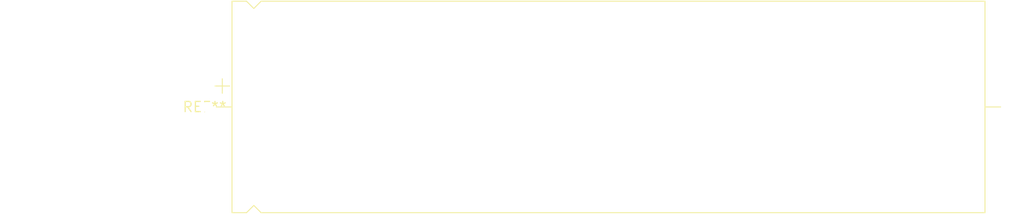
<source format=kicad_pcb>
(kicad_pcb (version 20240108) (generator pcbnew)
  (layers (0 "F.Cu" signal) (31 "B.Cu" signal) (34 "B.Paste" user) (35 "F.Paste" user) (36 "B.SilkS" user "B.Silkscreen") (37 "F.SilkS" user "F.Silkscreen") (38 "B.Mask" user) (39 "F.Mask" user) (44 "Edge.Cuts" user))
  (net 0 "")
  (footprint "CP_Axial_L93.0mm_D26.0mm_P100.00mm_Horizontal" (layer "F.Cu") (at 0 0)
    (property "Reference" "REF**")
    (property "Value" "CP_Axial_L93.0mm_D26.0mm_P100.00mm_Horizontal")
    (fp_line (start 1.28 -2.6) (end 3.08 -2.6) (layer "F.SilkS") (stroke (width 0.12)))
    (fp_line (start 1.44 0) (end 3.38 0) (layer "F.SilkS") (stroke (width 0.12)))
    (fp_line (start 2.18 -3.5) (end 2.18 -1.7) (layer "F.SilkS") (stroke (width 0.12)))
    (fp_line (start 3.38 -13.12) (end 3.38 13.12) (layer "F.SilkS") (stroke (width 0.12)))
    (fp_line (start 3.38 -13.12) (end 5.18 -13.12) (layer "F.SilkS") (stroke (width 0.12)))
    (fp_line (start 3.38 13.12) (end 5.18 13.12) (layer "F.SilkS") (stroke (width 0.12)))
    (fp_line (start 5.18 -13.12) (end 6.08 -12.22) (layer "F.SilkS") (stroke (width 0.12)))
    (fp_line (start 5.18 13.12) (end 6.08 12.22) (layer "F.SilkS") (stroke (width 0.12)))
    (fp_line (start 6.08 -12.22) (end 6.98 -13.12) (layer "F.SilkS") (stroke (width 0.12)))
    (fp_line (start 6.08 12.22) (end 6.98 13.12) (layer "F.SilkS") (stroke (width 0.12)))
    (fp_line (start 6.98 -13.12) (end 96.62 -13.12) (layer "F.SilkS") (stroke (width 0.12)))
    (fp_line (start 6.98 13.12) (end 96.62 13.12) (layer "F.SilkS") (stroke (width 0.12)))
    (fp_line (start 96.62 -13.12) (end 96.62 13.12) (layer "F.SilkS") (stroke (width 0.12)))
    (fp_line (start 98.56 0) (end 96.62 0) (layer "F.SilkS") (stroke (width 0.12)))
    (pad "1" thru_hole rect (at 0 0) (size 2.4 2.4) (drill 1.2) (layers *.Cu *.Mask) (remove_unused_layers))
    (pad "2" thru_hole oval (at 100 0) (size 2.4 2.4) (drill 1.2) (layers *.Cu *.Mask) (remove_unused_layers))
  )
)
</source>
